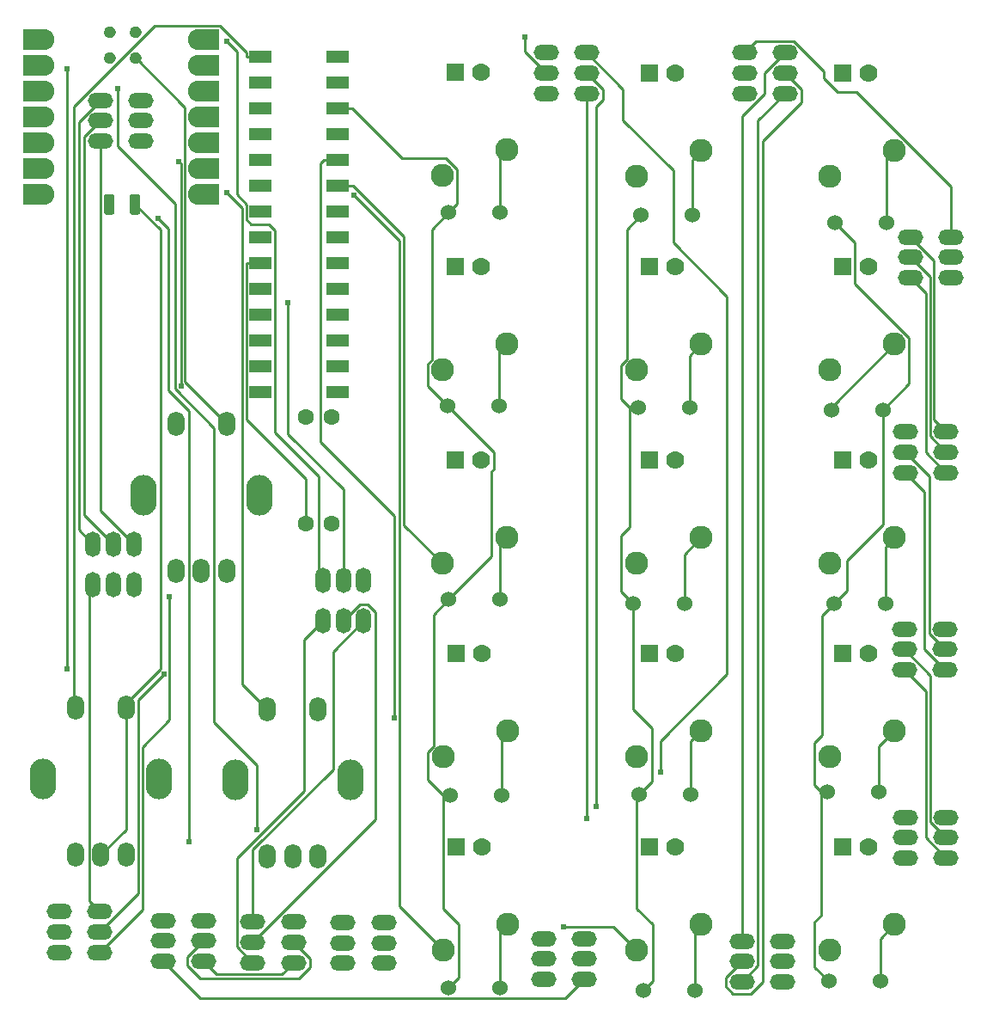
<source format=gtl>
G04 Layer: TopLayer*
G04 EasyEDA v6.5.46, 2024-10-06 11:37:13*
G04 ab947d6f174c44c6bcda00e1859507e9,10*
G04 Gerber Generator version 0.2*
G04 Scale: 100 percent, Rotated: No, Reflected: No *
G04 Dimensions in millimeters *
G04 leading zeros omitted , absolute positions ,4 integer and 5 decimal *
%FSLAX45Y45*%
%MOMM*%

%ADD10C,0.2540*%
%ADD11O,2.4999949999999997X1.499997*%
%ADD12O,1.499997X2.4999949999999997*%
%ADD13C,1.6000*%
%ADD14C,1.5240*%
%ADD15C,1.4999*%
%ADD16O,1.6999966X2.3999952*%
%ADD17O,2.5999948X3.9999919999999998*%
%ADD18R,2.1819X1.2116*%
%ADD19C,1.7780*%
%ADD20R,1.7780X1.7780*%
%ADD21C,2.2860*%
%ADD22C,0.6100*%
%ADD23C,0.0102*%

%LPD*%
G36*
X2425700Y12649200D02*
G01*
X2374900Y12623800D01*
X2349500Y12573000D01*
X2349500Y12522200D01*
X2374900Y12471400D01*
X2425700Y12446000D01*
X2654300Y12446000D01*
X2654300Y12649200D01*
G37*
G36*
X2425700Y12141200D02*
G01*
X2374900Y12115800D01*
X2349500Y12065000D01*
X2349500Y12014200D01*
X2374900Y11963400D01*
X2425700Y11938000D01*
X2654300Y11938000D01*
X2654300Y12141200D01*
G37*
G36*
X2425700Y12395200D02*
G01*
X2374900Y12369800D01*
X2349500Y12319000D01*
X2349500Y12268200D01*
X2374900Y12217400D01*
X2425700Y12192000D01*
X2654300Y12192000D01*
X2654300Y12395200D01*
G37*
G36*
X2425700Y11633200D02*
G01*
X2374900Y11607800D01*
X2349500Y11557000D01*
X2349500Y11506200D01*
X2374900Y11455400D01*
X2425700Y11430000D01*
X2654300Y11430000D01*
X2654300Y11633200D01*
G37*
G36*
X2425700Y11887200D02*
G01*
X2374900Y11861800D01*
X2349500Y11811000D01*
X2349500Y11760200D01*
X2374900Y11709400D01*
X2425700Y11684000D01*
X2654300Y11684000D01*
X2654300Y11887200D01*
G37*
G36*
X2425700Y11379200D02*
G01*
X2374900Y11353800D01*
X2349500Y11303000D01*
X2349500Y11252200D01*
X2374900Y11201400D01*
X2425700Y11176000D01*
X2654300Y11176000D01*
X2654300Y11379200D01*
G37*
G36*
X2425700Y11125200D02*
G01*
X2374900Y11099800D01*
X2349500Y11049000D01*
X2349500Y10998200D01*
X2374900Y10947400D01*
X2425700Y10922000D01*
X2654300Y10922000D01*
X2654300Y11125200D01*
G37*
G36*
X723900Y12141200D02*
G01*
X723900Y11938000D01*
X952500Y11938000D01*
X1003300Y11963400D01*
X1028700Y12014200D01*
X1028700Y12065000D01*
X1003300Y12115800D01*
X952500Y12141200D01*
G37*
G36*
X723900Y12395200D02*
G01*
X723900Y12192000D01*
X952500Y12192000D01*
X1003300Y12217400D01*
X1028700Y12268200D01*
X1028700Y12319000D01*
X1003300Y12369800D01*
X952500Y12395200D01*
G37*
G36*
X723900Y11633200D02*
G01*
X723900Y11430000D01*
X952500Y11430000D01*
X1003300Y11455400D01*
X1028700Y11506200D01*
X1028700Y11557000D01*
X1003300Y11607800D01*
X952500Y11633200D01*
G37*
G36*
X723900Y11887200D02*
G01*
X723900Y11684000D01*
X952500Y11684000D01*
X1003300Y11709400D01*
X1028700Y11760200D01*
X1028700Y11811000D01*
X1003300Y11861800D01*
X952500Y11887200D01*
G37*
G36*
X723900Y11379200D02*
G01*
X723900Y11176000D01*
X952500Y11176000D01*
X1003300Y11201400D01*
X1028700Y11252200D01*
X1028700Y11303000D01*
X1003300Y11353800D01*
X952500Y11379200D01*
G37*
G36*
X723900Y11125200D02*
G01*
X723900Y10922000D01*
X952500Y10922000D01*
X1003300Y10947400D01*
X1028700Y10998200D01*
X1028700Y11049000D01*
X1003300Y11099800D01*
X952500Y11125200D01*
G37*
G36*
X723900Y12649200D02*
G01*
X723900Y12446000D01*
X952500Y12446000D01*
X1003300Y12471400D01*
X1028700Y12522200D01*
X1028700Y12573000D01*
X1003300Y12623800D01*
X952500Y12649200D01*
G37*
D10*
X6273802Y12020603D02*
G01*
X6273802Y4876802D01*
X6273802Y12220602D02*
G01*
X6435651Y12058754D01*
X6435651Y11955045D01*
X6372075Y11891469D01*
X6372075Y4996411D01*
X6273802Y12420602D02*
G01*
X6632094Y12062310D01*
X6632094Y11757510D01*
X7127521Y11262083D01*
X7127521Y10547987D01*
X7654825Y10020683D01*
X7654825Y6299024D01*
X7000318Y5644517D01*
X7000318Y5339412D01*
X3060702Y12382502D02*
G01*
X2923694Y12382502D01*
X1235915Y5970094D02*
G01*
X1223291Y5982718D01*
X1223291Y11890885D01*
X2018972Y12686565D01*
X2660220Y12686565D01*
X2923694Y12423091D01*
X2923694Y12382502D01*
X9309102Y11455402D02*
G01*
X9232902Y11379202D01*
X9232902Y10744202D01*
X7404102Y11455402D02*
G01*
X7315202Y11366502D01*
X7315202Y10820402D01*
X5486402Y11468102D02*
G01*
X5422902Y11404602D01*
X5422902Y10845802D01*
X5486402Y9550402D02*
G01*
X5410202Y9474202D01*
X5410202Y8940802D01*
X7404102Y9550402D02*
G01*
X7289802Y9436102D01*
X7289802Y8928102D01*
X9309102Y9550402D02*
G01*
X8686802Y8928102D01*
X8686802Y8902702D01*
X9309102Y7645402D02*
G01*
X9220202Y7556502D01*
X9220202Y6997702D01*
X7404102Y7645402D02*
G01*
X7239002Y7480302D01*
X7239002Y6997702D01*
X5486402Y7645402D02*
G01*
X5422902Y7581902D01*
X5422902Y7035802D01*
X5499102Y5740402D02*
G01*
X5435602Y5676902D01*
X5435602Y5105402D01*
X7404102Y5740402D02*
G01*
X7302502Y5638802D01*
X7302502Y5118102D01*
X9309102Y5740402D02*
G01*
X9156702Y5588002D01*
X9156702Y5143502D01*
X9309102Y3835402D02*
G01*
X9169402Y3695702D01*
X9169402Y3276602D01*
X7404102Y3835402D02*
G01*
X7340602Y3771902D01*
X7340602Y3187702D01*
X5499102Y3835402D02*
G01*
X5422902Y3759202D01*
X5422902Y3213102D01*
X3822702Y11874502D02*
G01*
X3959710Y11874502D01*
X3959710Y11874502D02*
G01*
X4453892Y11380320D01*
X4888562Y11380320D01*
X4999611Y11269271D01*
X4999611Y10930511D01*
X4914902Y10845802D01*
X4914902Y10845802D02*
G01*
X4751758Y10682658D01*
X4751758Y9398104D01*
X4704692Y9351037D01*
X4704692Y9138312D01*
X4902202Y8940802D01*
X4864864Y5105402D02*
G01*
X4864864Y3986176D01*
X5013733Y3837307D01*
X5013733Y3311933D01*
X4914902Y3213102D01*
X4864864Y5105402D02*
G01*
X4927602Y5105402D01*
X4864864Y5105402D02*
G01*
X4709772Y5260494D01*
X4709772Y5533417D01*
X4764458Y5588104D01*
X4764458Y6885358D01*
X4914902Y7035802D01*
X4914902Y7035802D02*
G01*
X5336694Y7457594D01*
X5336694Y8297826D01*
X5358030Y8319162D01*
X5358030Y8484974D01*
X4902202Y8940802D01*
X1479603Y11550703D02*
G01*
X1479603Y7912000D01*
X1809701Y7581902D01*
X1479603Y11750702D02*
G01*
X1320015Y11591114D01*
X1320015Y7871589D01*
X1609702Y7581902D01*
X1479603Y11950702D02*
G01*
X1269265Y11740365D01*
X1269265Y7722339D01*
X1409702Y7581902D01*
X1473202Y3962402D02*
G01*
X1370789Y4064815D01*
X1370789Y7142990D01*
X1409702Y7181903D01*
X7829603Y12420602D02*
G01*
X7939280Y12530279D01*
X8318807Y12530279D01*
X8613701Y12235385D01*
X8613701Y12167897D01*
X8746644Y12034954D01*
X8930921Y12034954D01*
X9867902Y11097973D01*
X9867902Y10604502D01*
X9817102Y8486802D02*
G01*
X9657895Y8646010D01*
X9657895Y10214510D01*
X9467903Y10404502D01*
X9467903Y10604502D02*
G01*
X9698687Y10373718D01*
X9698687Y8805217D01*
X9817102Y8686802D01*
X9804402Y6543702D02*
G01*
X9651367Y6696737D01*
X9651367Y8252538D01*
X9417103Y8486802D01*
X9404403Y6343703D02*
G01*
X9617102Y6131003D01*
X9617102Y4689502D01*
X9817102Y4489503D01*
X9817102Y4689502D02*
G01*
X9664067Y4842537D01*
X9664067Y6284038D01*
X9404403Y6543702D01*
X6248402Y3295703D02*
G01*
X6061026Y3108327D01*
X2467079Y3108327D01*
X2101903Y3473503D01*
X2501902Y3473503D02*
G01*
X2629080Y3346325D01*
X3270023Y3346325D01*
X3384501Y3460803D01*
X2501902Y3673502D02*
G01*
X2340866Y3512466D01*
X2340866Y3428799D01*
X2464818Y3304847D01*
X3439797Y3304847D01*
X3549373Y3414422D01*
X3549373Y3495931D01*
X3384501Y3660802D01*
X7804203Y3670302D02*
G01*
X7804203Y11795000D01*
X8029602Y12020400D01*
X8029602Y12220602D01*
X8229602Y12420602D01*
X7804203Y3270303D02*
G01*
X7961911Y3428011D01*
X7961911Y11752912D01*
X8229602Y12020603D01*
X2984502Y3460803D02*
G01*
X2827784Y3617521D01*
X2827784Y4487953D01*
X3489352Y5149522D01*
X3489352Y6638952D01*
X3676703Y6826303D01*
X3876702Y6826303D02*
G01*
X4038043Y6987644D01*
X4115386Y6987644D01*
X4192501Y6910529D01*
X4192501Y4868801D01*
X2984502Y3660802D01*
X2984502Y3860802D02*
G01*
X2984502Y4571926D01*
X3774671Y5362094D01*
X3774671Y6524271D01*
X4076702Y6826303D01*
X1735914Y5970094D02*
G01*
X1735914Y4770122D01*
X1485902Y4520110D01*
X1822452Y10927082D02*
G01*
X2074623Y10674911D01*
X2074623Y6350866D01*
X1735914Y6012157D01*
X1735914Y5970094D01*
X3822702Y11112502D02*
G01*
X3959710Y11112502D01*
X4851402Y7391402D02*
G01*
X4475584Y7767220D01*
X4475584Y10608617D01*
X3971698Y11112502D01*
X3959710Y11112502D01*
X8724902Y10744202D02*
G01*
X8918094Y10551010D01*
X8918094Y10142806D01*
X9452383Y9608517D01*
X9452383Y9160283D01*
X9194802Y8902702D01*
X8586040Y5143502D02*
G01*
X8648702Y5143502D01*
X8586040Y5143502D02*
G01*
X8586040Y3925674D01*
X8520762Y3860396D01*
X8520762Y3417242D01*
X8661402Y3276602D01*
X9194802Y8902702D02*
G01*
X9194802Y7771767D01*
X8837856Y7414821D01*
X8837856Y7123356D01*
X8712202Y6997702D01*
X8712202Y6997702D02*
G01*
X8593305Y6878805D01*
X8593305Y5698263D01*
X8518451Y5623410D01*
X8518451Y5211091D01*
X8586040Y5143502D01*
X6698287Y8928102D02*
G01*
X6781802Y8928102D01*
X6807202Y10820402D02*
G01*
X6669458Y10682658D01*
X6669458Y9398104D01*
X6614772Y9343417D01*
X6614772Y9011617D01*
X6698287Y8928102D01*
X6698287Y8928102D02*
G01*
X6698287Y7745148D01*
X6616321Y7663182D01*
X6616321Y7112383D01*
X6731002Y6997702D01*
X6731002Y6997702D02*
G01*
X6731002Y5958486D01*
X6921578Y5767910D01*
X6921578Y5245178D01*
X6794502Y5118102D01*
X6794502Y5118102D02*
G01*
X6769305Y5092905D01*
X6769305Y3986735D01*
X6922594Y3833446D01*
X6922594Y3277694D01*
X6832602Y3187702D01*
X2923694Y10350502D02*
G01*
X2923517Y10350324D01*
X2923517Y8808722D01*
X3505202Y8227037D01*
X3505202Y7780784D01*
X3060702Y10350502D02*
G01*
X2923694Y10350502D01*
X9467903Y10204503D02*
G01*
X9617102Y10055303D01*
X9617102Y8486802D01*
X9817102Y8286803D01*
X9417103Y8286803D02*
G01*
X9604402Y8099503D01*
X9604402Y6543702D01*
X9804402Y6343703D01*
X2726514Y8764094D02*
G01*
X2726514Y8765059D01*
X2315568Y9176006D01*
X2315568Y11883036D01*
X1828802Y12369802D01*
X1473202Y3562403D02*
G01*
X1894842Y3984043D01*
X1894842Y5585919D01*
X2164057Y5855134D01*
X2164057Y7064123D01*
X2105484Y6298897D02*
G01*
X1854050Y6047463D01*
X1854050Y4143250D01*
X1473202Y3762402D01*
X2048080Y10790608D02*
G01*
X2154125Y10684563D01*
X2154125Y9093126D01*
X2351483Y8895768D01*
X2351483Y4649751D01*
X1154864Y12264036D02*
G01*
X1154864Y6353025D01*
X5873803Y12220602D02*
G01*
X5663135Y12431270D01*
X5663135Y12576279D01*
X8229602Y12220602D02*
G01*
X8392924Y12057280D01*
X8392924Y11934649D01*
X8012584Y11554310D01*
X8012584Y3272589D01*
X7895084Y3155088D01*
X7716522Y3155088D01*
X7646240Y3225370D01*
X7646240Y3312340D01*
X7804203Y3470302D01*
X3876702Y7226302D02*
G01*
X3876702Y8118909D01*
X3330196Y8665415D01*
X3330196Y9956396D01*
X2724762Y12530711D02*
G01*
X2826514Y12428959D01*
X2826514Y11023831D01*
X2923517Y10926828D01*
X2923517Y10777222D01*
X2967763Y10732975D01*
X3142973Y10732975D01*
X3203425Y10672523D01*
X3203425Y8680858D01*
X3632202Y8252081D01*
X3632202Y7270803D01*
X3676703Y7226302D01*
X2274623Y9134096D02*
G01*
X2274623Y11331653D01*
X2255954Y11350322D01*
X3128215Y5957394D02*
G01*
X2882724Y6202885D01*
X2882724Y10892792D01*
X2729765Y11045751D01*
X1649453Y12069269D02*
G01*
X1649453Y11498785D01*
X2216050Y10932187D01*
X2216050Y9109864D01*
X2601521Y8724394D01*
X2601521Y5827219D01*
X3024380Y5404360D01*
X3024380Y4767404D01*
X4374568Y5868037D02*
G01*
X4374568Y7863232D01*
X3650160Y8587640D01*
X3650160Y11330967D01*
X3685694Y11366502D01*
X3822702Y11366502D02*
G01*
X3685694Y11366502D01*
X6769102Y3581402D02*
G01*
X6537454Y3813050D01*
X6044491Y3813050D01*
X3980030Y11021316D02*
G01*
X4433166Y10568180D01*
X4433166Y4012338D01*
X4864102Y3581402D01*
G36*
X1574800Y12566650D02*
G01*
X1581683Y12567056D01*
X1588465Y12568301D01*
X1595069Y12570358D01*
X1601368Y12573203D01*
X1607261Y12576759D01*
X1612696Y12581026D01*
X1617573Y12585903D01*
X1621840Y12591338D01*
X1625396Y12597231D01*
X1628241Y12603530D01*
X1630298Y12610134D01*
X1631543Y12616916D01*
X1631950Y12623800D01*
X1631950Y12623800D01*
X1631543Y12630683D01*
X1630298Y12637490D01*
X1628241Y12644069D01*
X1625396Y12650368D01*
X1621840Y12656261D01*
X1617573Y12661696D01*
X1612696Y12666573D01*
X1607261Y12670840D01*
X1601368Y12674396D01*
X1595069Y12677241D01*
X1588465Y12679299D01*
X1581683Y12680543D01*
X1574800Y12680950D01*
X1574800Y12680950D01*
X1567916Y12680543D01*
X1561134Y12679299D01*
X1554530Y12677241D01*
X1548231Y12674396D01*
X1542338Y12670840D01*
X1536903Y12666573D01*
X1532026Y12661696D01*
X1527759Y12656261D01*
X1524203Y12650368D01*
X1521358Y12644069D01*
X1519301Y12637490D01*
X1518056Y12630683D01*
X1517650Y12623800D01*
X1517650Y12623800D01*
X1518056Y12616916D01*
X1519301Y12610134D01*
X1521358Y12603530D01*
X1524203Y12597231D01*
X1527759Y12591338D01*
X1532026Y12585903D01*
X1536903Y12581026D01*
X1542338Y12576759D01*
X1548231Y12573203D01*
X1554530Y12570358D01*
X1561134Y12568301D01*
X1567916Y12567056D01*
X1574800Y12566650D01*
G37*
G36*
X1574800Y12312650D02*
G01*
X1581683Y12313056D01*
X1588465Y12314301D01*
X1595069Y12316358D01*
X1601368Y12319203D01*
X1607261Y12322759D01*
X1612696Y12327026D01*
X1617573Y12331903D01*
X1621840Y12337338D01*
X1625396Y12343231D01*
X1628241Y12349530D01*
X1630298Y12356134D01*
X1631543Y12362916D01*
X1631950Y12369800D01*
X1631950Y12369800D01*
X1631543Y12376683D01*
X1630298Y12383490D01*
X1628241Y12390069D01*
X1625396Y12396368D01*
X1621840Y12402261D01*
X1617573Y12407696D01*
X1612696Y12412573D01*
X1607261Y12416840D01*
X1601368Y12420396D01*
X1595069Y12423241D01*
X1588465Y12425299D01*
X1581683Y12426543D01*
X1574800Y12426950D01*
X1574800Y12426950D01*
X1567916Y12426543D01*
X1561134Y12425299D01*
X1554530Y12423241D01*
X1548231Y12420396D01*
X1542338Y12416840D01*
X1536903Y12412573D01*
X1532026Y12407696D01*
X1527759Y12402261D01*
X1524203Y12396368D01*
X1521358Y12390069D01*
X1519301Y12383490D01*
X1518056Y12376683D01*
X1517650Y12369800D01*
X1517650Y12369800D01*
X1518056Y12362916D01*
X1519301Y12356134D01*
X1521358Y12349530D01*
X1524203Y12343231D01*
X1527759Y12337338D01*
X1532026Y12331903D01*
X1536903Y12327026D01*
X1542338Y12322759D01*
X1548231Y12319203D01*
X1554530Y12316358D01*
X1561134Y12314301D01*
X1567916Y12313056D01*
X1574800Y12312650D01*
G37*
G36*
X1828800Y12312650D02*
G01*
X1835683Y12313056D01*
X1842465Y12314301D01*
X1849069Y12316358D01*
X1855368Y12319203D01*
X1861261Y12322759D01*
X1866696Y12327026D01*
X1871573Y12331903D01*
X1875840Y12337338D01*
X1879396Y12343231D01*
X1882241Y12349530D01*
X1884298Y12356134D01*
X1885543Y12362916D01*
X1885950Y12369800D01*
X1885950Y12369800D01*
X1885543Y12376683D01*
X1884298Y12383490D01*
X1882241Y12390069D01*
X1879396Y12396368D01*
X1875840Y12402261D01*
X1871573Y12407696D01*
X1866696Y12412573D01*
X1861261Y12416840D01*
X1855368Y12420396D01*
X1849069Y12423241D01*
X1842465Y12425299D01*
X1835683Y12426543D01*
X1828800Y12426950D01*
X1828800Y12426950D01*
X1821916Y12426543D01*
X1815134Y12425299D01*
X1808530Y12423241D01*
X1802231Y12420396D01*
X1796338Y12416840D01*
X1790903Y12412573D01*
X1786026Y12407696D01*
X1781759Y12402261D01*
X1778203Y12396368D01*
X1775358Y12390069D01*
X1773301Y12383490D01*
X1772056Y12376683D01*
X1771650Y12369800D01*
X1771650Y12369800D01*
X1772056Y12362916D01*
X1773301Y12356134D01*
X1775358Y12349530D01*
X1778203Y12343231D01*
X1781759Y12337338D01*
X1786026Y12331903D01*
X1790903Y12327026D01*
X1796338Y12322759D01*
X1802231Y12319203D01*
X1808530Y12316358D01*
X1815134Y12314301D01*
X1821916Y12313056D01*
X1828800Y12312650D01*
G37*
G36*
X1828800Y12566650D02*
G01*
X1835683Y12567056D01*
X1842465Y12568301D01*
X1849069Y12570358D01*
X1855368Y12573203D01*
X1861261Y12576759D01*
X1866696Y12581026D01*
X1871573Y12585903D01*
X1875840Y12591338D01*
X1879396Y12597231D01*
X1882241Y12603530D01*
X1884298Y12610134D01*
X1885543Y12616916D01*
X1885950Y12623800D01*
X1885950Y12623800D01*
X1885543Y12630683D01*
X1884298Y12637490D01*
X1882241Y12644069D01*
X1879396Y12650368D01*
X1875840Y12656261D01*
X1871573Y12661696D01*
X1866696Y12666573D01*
X1861261Y12670840D01*
X1855368Y12674396D01*
X1849069Y12677241D01*
X1842465Y12679299D01*
X1835683Y12680543D01*
X1828800Y12680950D01*
X1828800Y12680950D01*
X1821916Y12680543D01*
X1815134Y12679299D01*
X1808530Y12677241D01*
X1802231Y12674396D01*
X1796338Y12670840D01*
X1790903Y12666573D01*
X1786026Y12661696D01*
X1781759Y12656261D01*
X1778203Y12650368D01*
X1775358Y12644069D01*
X1773301Y12637490D01*
X1772056Y12630683D01*
X1771650Y12623800D01*
X1771650Y12623800D01*
X1772056Y12616916D01*
X1773301Y12610134D01*
X1775358Y12603530D01*
X1778203Y12597231D01*
X1781759Y12591338D01*
X1786026Y12585903D01*
X1790903Y12581026D01*
X1796338Y12576759D01*
X1802231Y12573203D01*
X1808530Y12570358D01*
X1815134Y12568301D01*
X1821916Y12567056D01*
X1828800Y12566650D01*
G37*
G36*
X1797050Y10825479D02*
G01*
X1793976Y10825657D01*
X1790979Y10826216D01*
X1788032Y10827130D01*
X1785238Y10828401D01*
X1782622Y10829975D01*
X1780209Y10831880D01*
X1778025Y10834039D01*
X1776145Y10836452D01*
X1774570Y10839069D01*
X1773301Y10841862D01*
X1772386Y10844809D01*
X1771827Y10847831D01*
X1771650Y10850879D01*
X1771650Y11003279D01*
X1771827Y11006353D01*
X1772386Y11009350D01*
X1773301Y11012296D01*
X1774570Y11015090D01*
X1776145Y11017707D01*
X1778025Y11020120D01*
X1780209Y11022304D01*
X1782622Y11024184D01*
X1785238Y11025784D01*
X1788032Y11027029D01*
X1790979Y11027943D01*
X1793976Y11028502D01*
X1797050Y11028679D01*
X1847850Y11028679D01*
X1850923Y11028502D01*
X1853920Y11027943D01*
X1856867Y11027029D01*
X1859661Y11025784D01*
X1862277Y11024184D01*
X1864690Y11022304D01*
X1866849Y11020120D01*
X1868754Y11017707D01*
X1870329Y11015090D01*
X1871598Y11012296D01*
X1872513Y11009350D01*
X1873072Y11006353D01*
X1873250Y11003279D01*
X1873250Y10850879D01*
X1873072Y10847831D01*
X1872513Y10844809D01*
X1871598Y10841862D01*
X1870329Y10839069D01*
X1868754Y10836452D01*
X1866849Y10834039D01*
X1864690Y10831880D01*
X1862277Y10829975D01*
X1859661Y10828401D01*
X1856867Y10827130D01*
X1853920Y10826216D01*
X1850923Y10825657D01*
X1847850Y10825479D01*
G37*
G36*
X1593850Y11028679D02*
G01*
X1596923Y11028502D01*
X1599920Y11027943D01*
X1602867Y11027029D01*
X1605661Y11025784D01*
X1608277Y11024184D01*
X1610690Y11022304D01*
X1612874Y11020120D01*
X1614754Y11017707D01*
X1616329Y11015090D01*
X1617598Y11012296D01*
X1618513Y11009350D01*
X1619072Y11006353D01*
X1619250Y11003279D01*
X1619250Y10850879D01*
X1619072Y10847831D01*
X1618513Y10844809D01*
X1617598Y10841862D01*
X1616329Y10839069D01*
X1614754Y10836452D01*
X1612874Y10834039D01*
X1610690Y10831880D01*
X1608277Y10829975D01*
X1605661Y10828401D01*
X1602867Y10827130D01*
X1599920Y10826216D01*
X1596923Y10825657D01*
X1593850Y10825479D01*
X1543050Y10825479D01*
X1539976Y10825657D01*
X1536979Y10826216D01*
X1534032Y10827130D01*
X1531238Y10828401D01*
X1528622Y10829975D01*
X1526209Y10831880D01*
X1524050Y10834039D01*
X1522145Y10836452D01*
X1520570Y10839069D01*
X1519301Y10841862D01*
X1518386Y10844809D01*
X1517827Y10847831D01*
X1517650Y10850879D01*
X1517650Y11003279D01*
X1517827Y11006353D01*
X1518386Y11009350D01*
X1519301Y11012296D01*
X1520570Y11015090D01*
X1522145Y11017707D01*
X1524050Y11020120D01*
X1526209Y11022304D01*
X1528622Y11024184D01*
X1531238Y11025784D01*
X1534032Y11027029D01*
X1536979Y11027943D01*
X1539976Y11028502D01*
X1543050Y11028679D01*
G37*
D11*
G01*
X2984500Y3860800D03*
G01*
X2984500Y3660800D03*
G01*
X2984500Y3460800D03*
G01*
X3384499Y3860800D03*
G01*
X3384499Y3660800D03*
G01*
X3384499Y3460800D03*
G01*
X2501900Y3873500D03*
G01*
X2501900Y3673500D03*
G01*
X2501900Y3473500D03*
G01*
X2101900Y3873500D03*
G01*
X2101900Y3673500D03*
G01*
X2101900Y3473500D03*
G01*
X6248400Y3695700D03*
G01*
X6248400Y3495700D03*
G01*
X6248400Y3295700D03*
G01*
X5848400Y3695700D03*
G01*
X5848400Y3495700D03*
G01*
X5848400Y3295700D03*
G01*
X8204200Y3670300D03*
G01*
X8204200Y3470300D03*
G01*
X8204200Y3270300D03*
G01*
X7804200Y3670300D03*
G01*
X7804200Y3470300D03*
G01*
X7804200Y3270300D03*
G01*
X9817100Y4889500D03*
G01*
X9817100Y4689500D03*
G01*
X9817100Y4489500D03*
G01*
X9417100Y4889500D03*
G01*
X9417100Y4689500D03*
G01*
X9417100Y4489500D03*
G01*
X9804400Y6743700D03*
G01*
X9804400Y6543700D03*
G01*
X9804400Y6343700D03*
G01*
X9404400Y6743700D03*
G01*
X9404400Y6543700D03*
G01*
X9404400Y6343700D03*
G01*
X9817100Y8686800D03*
G01*
X9817100Y8486800D03*
G01*
X9817100Y8286800D03*
G01*
X9417100Y8686800D03*
G01*
X9417100Y8486800D03*
G01*
X9417100Y8286800D03*
G01*
X9867900Y10604500D03*
G01*
X9867900Y10404500D03*
G01*
X9867900Y10204500D03*
G01*
X9467900Y10604500D03*
G01*
X9467900Y10404500D03*
G01*
X9467900Y10204500D03*
G01*
X8229600Y12420600D03*
G01*
X8229600Y12220600D03*
G01*
X8229600Y12020600D03*
G01*
X7829600Y12420600D03*
G01*
X7829600Y12220600D03*
G01*
X7829600Y12020600D03*
G01*
X3873500Y3454400D03*
G01*
X3873500Y3654399D03*
G01*
X3873500Y3854399D03*
G01*
X4273499Y3454400D03*
G01*
X4273499Y3654399D03*
G01*
X4273499Y3854399D03*
G01*
X1473200Y3962400D03*
G01*
X1473200Y3762400D03*
G01*
X1473200Y3562400D03*
G01*
X1073200Y3962400D03*
G01*
X1073200Y3762400D03*
G01*
X1073200Y3562400D03*
D12*
G01*
X1409700Y7581900D03*
G01*
X1609699Y7581900D03*
G01*
X1809699Y7581900D03*
G01*
X1409700Y7181900D03*
G01*
X1609699Y7181900D03*
G01*
X1809699Y7181900D03*
D11*
G01*
X1879600Y11950700D03*
G01*
X1879600Y11750700D03*
G01*
X1879600Y11550700D03*
G01*
X1479600Y11950700D03*
G01*
X1479600Y11750700D03*
G01*
X1479600Y11550700D03*
G01*
X6273800Y12420600D03*
G01*
X6273800Y12220600D03*
G01*
X6273800Y12020600D03*
G01*
X5873800Y12420600D03*
G01*
X5873800Y12220600D03*
G01*
X5873800Y12020600D03*
D12*
G01*
X4076700Y7226300D03*
G01*
X3876700Y7226300D03*
G01*
X3676700Y7226300D03*
G01*
X4076700Y6826300D03*
G01*
X3876700Y6826300D03*
G01*
X3676700Y6826300D03*
D13*
G01*
X3505200Y8830792D03*
G01*
X3505200Y7780781D03*
G01*
X3759200Y8830792D03*
G01*
X3759200Y7780781D03*
D14*
G01*
X4914900Y3213100D03*
G01*
X5422900Y3213100D03*
G01*
X6832600Y3187700D03*
G01*
X7340600Y3187700D03*
G01*
X8661400Y3276600D03*
G01*
X9169400Y3276600D03*
G01*
X8648700Y5143500D03*
G01*
X9156700Y5143500D03*
G01*
X6794500Y5118100D03*
G01*
X7302500Y5118100D03*
G01*
X4927600Y5105400D03*
G01*
X5435600Y5105400D03*
G01*
X4914900Y7035800D03*
G01*
X5422900Y7035800D03*
G01*
X6731000Y6997700D03*
G01*
X7239000Y6997700D03*
G01*
X8712200Y6997700D03*
G01*
X9220200Y6997700D03*
G01*
X9194800Y8902700D03*
G01*
X8686800Y8902700D03*
G01*
X6781800Y8928100D03*
G01*
X7289800Y8928100D03*
G01*
X4902200Y8940800D03*
G01*
X5410200Y8940800D03*
G01*
X4914900Y10845800D03*
G01*
X5422900Y10845800D03*
G01*
X6807200Y10820400D03*
G01*
X7315200Y10820400D03*
G01*
X8724900Y10744200D03*
G01*
X9232900Y10744200D03*
D15*
G01*
X927100Y12547600D03*
G01*
X2451100Y11277600D03*
G01*
X2451100Y11531600D03*
G01*
X2451100Y11785600D03*
G01*
X2451100Y12039600D03*
G01*
X2451100Y12293600D03*
G01*
X2451100Y12547600D03*
G01*
X2451100Y11023600D03*
G01*
X927100Y12293600D03*
G01*
X927100Y12039600D03*
G01*
X927100Y11785600D03*
G01*
X927100Y11531600D03*
G01*
X927100Y11277600D03*
G01*
X927100Y11023600D03*
D16*
G01*
X3128213Y5957392D03*
G01*
X3628212Y5957392D03*
G01*
X3128213Y4507407D03*
G01*
X3378200Y4507407D03*
G01*
X3628212Y4507407D03*
D17*
G01*
X2808198Y5257393D03*
G01*
X3948201Y5257393D03*
D16*
G01*
X1235913Y5970092D03*
G01*
X1735912Y5970092D03*
G01*
X1235913Y4520107D03*
G01*
X1485900Y4520107D03*
G01*
X1735912Y4520107D03*
D17*
G01*
X915898Y5270093D03*
G01*
X2055901Y5270093D03*
D18*
G01*
X3060700Y12382500D03*
G01*
X3060700Y12128500D03*
G01*
X3060700Y11874500D03*
G01*
X3060700Y11620500D03*
G01*
X3060700Y11366500D03*
G01*
X3060700Y11112500D03*
G01*
X3060700Y10858500D03*
G01*
X3060700Y10604500D03*
G01*
X3060700Y10350500D03*
G01*
X3060700Y10096500D03*
G01*
X3060700Y9842500D03*
G01*
X3060700Y9588500D03*
G01*
X3060700Y9334500D03*
G01*
X3060700Y9080500D03*
G01*
X3822700Y9080500D03*
G01*
X3822700Y9334500D03*
G01*
X3822700Y9588500D03*
G01*
X3822700Y9842500D03*
G01*
X3822700Y10096500D03*
G01*
X3822700Y10350500D03*
G01*
X3822700Y10604500D03*
G01*
X3822700Y10858500D03*
G01*
X3822700Y11112500D03*
G01*
X3822700Y11366500D03*
G01*
X3822700Y11620500D03*
G01*
X3822700Y11874500D03*
G01*
X3822700Y12128500D03*
G01*
X3822700Y12382500D03*
D16*
G01*
X2226513Y8764092D03*
G01*
X2726512Y8764092D03*
G01*
X2226513Y7314107D03*
G01*
X2476500Y7314107D03*
G01*
X2726512Y7314107D03*
D17*
G01*
X1906498Y8064093D03*
G01*
X3046501Y8064093D03*
D19*
G01*
X5232400Y12230100D03*
D20*
G01*
X4978400Y12230100D03*
D21*
G01*
X5486400Y11468100D03*
G01*
X4851400Y11214100D03*
D19*
G01*
X7150100Y12217400D03*
D20*
G01*
X6896100Y12217400D03*
D21*
G01*
X7404100Y11455400D03*
G01*
X6769100Y11201400D03*
D19*
G01*
X9055100Y10312400D03*
D20*
G01*
X8801100Y10312400D03*
D21*
G01*
X9309100Y9550400D03*
G01*
X8674100Y9296400D03*
D19*
G01*
X9055100Y12217400D03*
D20*
G01*
X8801100Y12217400D03*
D21*
G01*
X9309100Y11455400D03*
G01*
X8674100Y11201400D03*
D19*
G01*
X7150100Y10312400D03*
D20*
G01*
X6896100Y10312400D03*
D21*
G01*
X7404100Y9550400D03*
G01*
X6769100Y9296400D03*
D19*
G01*
X5232400Y10312400D03*
D20*
G01*
X4978400Y10312400D03*
D21*
G01*
X5486400Y9550400D03*
G01*
X4851400Y9296400D03*
D19*
G01*
X9055100Y8407400D03*
D20*
G01*
X8801100Y8407400D03*
D21*
G01*
X9309100Y7645400D03*
G01*
X8674100Y7391400D03*
D19*
G01*
X7150100Y8407400D03*
D20*
G01*
X6896100Y8407400D03*
D21*
G01*
X7404100Y7645400D03*
G01*
X6769100Y7391400D03*
D19*
G01*
X5232400Y8407400D03*
D20*
G01*
X4978400Y8407400D03*
D21*
G01*
X5486400Y7645400D03*
G01*
X4851400Y7391400D03*
D19*
G01*
X9055100Y6502400D03*
D20*
G01*
X8801100Y6502400D03*
D21*
G01*
X9309100Y5740400D03*
G01*
X8674100Y5486400D03*
D19*
G01*
X7150100Y6502400D03*
D20*
G01*
X6896100Y6502400D03*
D21*
G01*
X7404100Y5740400D03*
G01*
X6769100Y5486400D03*
D19*
G01*
X5245100Y6502400D03*
D20*
G01*
X4991100Y6502400D03*
D21*
G01*
X5499100Y5740400D03*
G01*
X4864100Y5486400D03*
D19*
G01*
X5245100Y4597400D03*
D20*
G01*
X4991100Y4597400D03*
D21*
G01*
X5499100Y3835400D03*
G01*
X4864100Y3581400D03*
D19*
G01*
X7150100Y4597400D03*
D20*
G01*
X6896100Y4597400D03*
D21*
G01*
X7404100Y3835400D03*
G01*
X6769100Y3581400D03*
D19*
G01*
X9055100Y4597400D03*
D20*
G01*
X8801100Y4597400D03*
D21*
G01*
X9309100Y3835400D03*
G01*
X8674100Y3581400D03*
D22*
G01*
X3980030Y11021316D03*
G01*
X6044491Y3813050D03*
G01*
X4374568Y5868037D03*
G01*
X1649453Y12069269D03*
G01*
X3024380Y4767404D03*
G01*
X2729765Y11045751D03*
G01*
X2255954Y11350322D03*
G01*
X2274623Y9134096D03*
G01*
X2724762Y12530711D03*
G01*
X3330196Y9956396D03*
G01*
X5663135Y12576279D03*
G01*
X1154864Y12264036D03*
G01*
X1154864Y6353025D03*
G01*
X2351483Y4649751D03*
G01*
X2048080Y10790608D03*
G01*
X2105484Y6298897D03*
G01*
X2164057Y7064123D03*
G01*
X7000318Y5339412D03*
G01*
X6372075Y4996411D03*
G01*
X6273802Y4876802D03*
M02*

</source>
